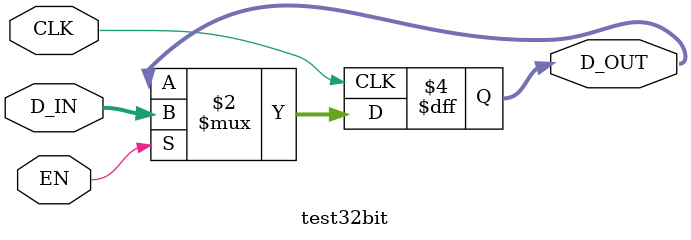
<source format=v>
module test32bit(input [31:0]D_IN, input CLK,EN, output reg [31:0]D_OUT);
    always @(posedge CLK)
        begin
            if(EN)
                D_OUT<= D_IN;
        end
endmodule
</source>
